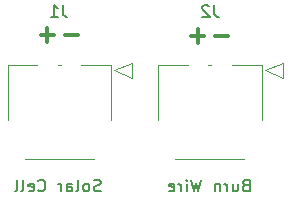
<source format=gbo>
G04 #@! TF.GenerationSoftware,KiCad,Pcbnew,(6.0.5-0)*
G04 #@! TF.CreationDate,2022-12-26T00:23:02-05:00*
G04 #@! TF.ProjectId,solar-cell-pcbs-burn-wire-vertical,736f6c61-722d-4636-956c-6c2d70636273,rev?*
G04 #@! TF.SameCoordinates,Original*
G04 #@! TF.FileFunction,Legend,Bot*
G04 #@! TF.FilePolarity,Positive*
%FSLAX46Y46*%
G04 Gerber Fmt 4.6, Leading zero omitted, Abs format (unit mm)*
G04 Created by KiCad (PCBNEW (6.0.5-0)) date 2022-12-26 00:23:02*
%MOMM*%
%LPD*%
G01*
G04 APERTURE LIST*
%ADD10C,0.300000*%
%ADD11C,0.150000*%
%ADD12C,0.120000*%
%ADD13R,2.000000X2.000000*%
%ADD14C,2.000000*%
%ADD15C,5.600000*%
%ADD16C,3.000000*%
%ADD17R,1.100000X1.450000*%
%ADD18R,1.350000X2.899999*%
G04 APERTURE END LIST*
D10*
X103546428Y-108557142D02*
X102403571Y-108557142D01*
X102975000Y-109128571D02*
X102975000Y-107985714D01*
X104428571Y-108542857D02*
X105571428Y-108542857D01*
X91703571Y-108467857D02*
X92846428Y-108467857D01*
X90821428Y-108457142D02*
X89678571Y-108457142D01*
X90250000Y-109028571D02*
X90250000Y-107885714D01*
D11*
X91558333Y-105927380D02*
X91558333Y-106641666D01*
X91605952Y-106784523D01*
X91701190Y-106879761D01*
X91844047Y-106927380D01*
X91939285Y-106927380D01*
X90558333Y-106927380D02*
X91129761Y-106927380D01*
X90844047Y-106927380D02*
X90844047Y-105927380D01*
X90939285Y-106070238D01*
X91034523Y-106165476D01*
X91129761Y-106213095D01*
X94745238Y-121654761D02*
X94602380Y-121702380D01*
X94364285Y-121702380D01*
X94269047Y-121654761D01*
X94221428Y-121607142D01*
X94173809Y-121511904D01*
X94173809Y-121416666D01*
X94221428Y-121321428D01*
X94269047Y-121273809D01*
X94364285Y-121226190D01*
X94554761Y-121178571D01*
X94650000Y-121130952D01*
X94697619Y-121083333D01*
X94745238Y-120988095D01*
X94745238Y-120892857D01*
X94697619Y-120797619D01*
X94650000Y-120750000D01*
X94554761Y-120702380D01*
X94316666Y-120702380D01*
X94173809Y-120750000D01*
X93602380Y-121702380D02*
X93697619Y-121654761D01*
X93745238Y-121607142D01*
X93792857Y-121511904D01*
X93792857Y-121226190D01*
X93745238Y-121130952D01*
X93697619Y-121083333D01*
X93602380Y-121035714D01*
X93459523Y-121035714D01*
X93364285Y-121083333D01*
X93316666Y-121130952D01*
X93269047Y-121226190D01*
X93269047Y-121511904D01*
X93316666Y-121607142D01*
X93364285Y-121654761D01*
X93459523Y-121702380D01*
X93602380Y-121702380D01*
X92697619Y-121702380D02*
X92792857Y-121654761D01*
X92840476Y-121559523D01*
X92840476Y-120702380D01*
X91888095Y-121702380D02*
X91888095Y-121178571D01*
X91935714Y-121083333D01*
X92030952Y-121035714D01*
X92221428Y-121035714D01*
X92316666Y-121083333D01*
X91888095Y-121654761D02*
X91983333Y-121702380D01*
X92221428Y-121702380D01*
X92316666Y-121654761D01*
X92364285Y-121559523D01*
X92364285Y-121464285D01*
X92316666Y-121369047D01*
X92221428Y-121321428D01*
X91983333Y-121321428D01*
X91888095Y-121273809D01*
X91411904Y-121702380D02*
X91411904Y-121035714D01*
X91411904Y-121226190D02*
X91364285Y-121130952D01*
X91316666Y-121083333D01*
X91221428Y-121035714D01*
X91126190Y-121035714D01*
X89459523Y-121607142D02*
X89507142Y-121654761D01*
X89650000Y-121702380D01*
X89745238Y-121702380D01*
X89888095Y-121654761D01*
X89983333Y-121559523D01*
X90030952Y-121464285D01*
X90078571Y-121273809D01*
X90078571Y-121130952D01*
X90030952Y-120940476D01*
X89983333Y-120845238D01*
X89888095Y-120750000D01*
X89745238Y-120702380D01*
X89650000Y-120702380D01*
X89507142Y-120750000D01*
X89459523Y-120797619D01*
X88650000Y-121654761D02*
X88745238Y-121702380D01*
X88935714Y-121702380D01*
X89030952Y-121654761D01*
X89078571Y-121559523D01*
X89078571Y-121178571D01*
X89030952Y-121083333D01*
X88935714Y-121035714D01*
X88745238Y-121035714D01*
X88650000Y-121083333D01*
X88602380Y-121178571D01*
X88602380Y-121273809D01*
X89078571Y-121369047D01*
X88030952Y-121702380D02*
X88126190Y-121654761D01*
X88173809Y-121559523D01*
X88173809Y-120702380D01*
X87507142Y-121702380D02*
X87602380Y-121654761D01*
X87650000Y-121559523D01*
X87650000Y-120702380D01*
X104354833Y-105927380D02*
X104354833Y-106641666D01*
X104402452Y-106784523D01*
X104497690Y-106879761D01*
X104640547Y-106927380D01*
X104735785Y-106927380D01*
X103926261Y-106022619D02*
X103878642Y-105975000D01*
X103783404Y-105927380D01*
X103545309Y-105927380D01*
X103450071Y-105975000D01*
X103402452Y-106022619D01*
X103354833Y-106117857D01*
X103354833Y-106213095D01*
X103402452Y-106355952D01*
X103973880Y-106927380D01*
X103354833Y-106927380D01*
X107027933Y-121178571D02*
X106885076Y-121226190D01*
X106837457Y-121273809D01*
X106789838Y-121369047D01*
X106789838Y-121511904D01*
X106837457Y-121607142D01*
X106885076Y-121654761D01*
X106980314Y-121702380D01*
X107361266Y-121702380D01*
X107361266Y-120702380D01*
X107027933Y-120702380D01*
X106932695Y-120750000D01*
X106885076Y-120797619D01*
X106837457Y-120892857D01*
X106837457Y-120988095D01*
X106885076Y-121083333D01*
X106932695Y-121130952D01*
X107027933Y-121178571D01*
X107361266Y-121178571D01*
X105932695Y-121035714D02*
X105932695Y-121702380D01*
X106361266Y-121035714D02*
X106361266Y-121559523D01*
X106313647Y-121654761D01*
X106218409Y-121702380D01*
X106075552Y-121702380D01*
X105980314Y-121654761D01*
X105932695Y-121607142D01*
X105456505Y-121702380D02*
X105456505Y-121035714D01*
X105456505Y-121226190D02*
X105408885Y-121130952D01*
X105361266Y-121083333D01*
X105266028Y-121035714D01*
X105170790Y-121035714D01*
X104837457Y-121035714D02*
X104837457Y-121702380D01*
X104837457Y-121130952D02*
X104789838Y-121083333D01*
X104694600Y-121035714D01*
X104551743Y-121035714D01*
X104456505Y-121083333D01*
X104408885Y-121178571D01*
X104408885Y-121702380D01*
X103266028Y-120702380D02*
X103027933Y-121702380D01*
X102837457Y-120988095D01*
X102646981Y-121702380D01*
X102408885Y-120702380D01*
X102027933Y-121702380D02*
X102027933Y-121035714D01*
X102027933Y-120702380D02*
X102075552Y-120750000D01*
X102027933Y-120797619D01*
X101980314Y-120750000D01*
X102027933Y-120702380D01*
X102027933Y-120797619D01*
X101551743Y-121702380D02*
X101551743Y-121035714D01*
X101551743Y-121226190D02*
X101504124Y-121130952D01*
X101456505Y-121083333D01*
X101361266Y-121035714D01*
X101266028Y-121035714D01*
X100551743Y-121654761D02*
X100646981Y-121702380D01*
X100837457Y-121702380D01*
X100932695Y-121654761D01*
X100980314Y-121559523D01*
X100980314Y-121178571D01*
X100932695Y-121083333D01*
X100837457Y-121035714D01*
X100646981Y-121035714D01*
X100551743Y-121083333D01*
X100504124Y-121178571D01*
X100504124Y-121273809D01*
X100980314Y-121369047D01*
D12*
X95882492Y-111425001D02*
X97406492Y-112060001D01*
X86878509Y-115629961D02*
X86878509Y-111000001D01*
X86878509Y-111000001D02*
X89383459Y-111000001D01*
X95628492Y-111000001D02*
X95628492Y-115629961D01*
X97406492Y-112060001D02*
X97406492Y-110790001D01*
X91123539Y-111000001D02*
X91383460Y-111000001D01*
X97406492Y-110790001D02*
X95882492Y-111425001D01*
X93123540Y-111000001D02*
X95628492Y-111000001D01*
X94169482Y-118950001D02*
X88337519Y-118950001D01*
X108374992Y-111000001D02*
X108374992Y-115629961D01*
X99625009Y-111000001D02*
X102129959Y-111000001D01*
X103870039Y-111000001D02*
X104129960Y-111000001D01*
X110152992Y-112060001D02*
X110152992Y-110790001D01*
X108628992Y-111425001D02*
X110152992Y-112060001D01*
X106915982Y-118950001D02*
X101084019Y-118950001D01*
X99625009Y-115629961D02*
X99625009Y-111000001D01*
X105870040Y-111000001D02*
X108374992Y-111000001D01*
X110152992Y-110790001D02*
X108628992Y-111425001D01*
%LPC*%
D13*
X148000000Y-128000000D03*
D14*
X75000000Y-73200000D03*
D15*
X98350000Y-138250000D03*
D13*
X76000000Y-136000000D03*
D16*
X82600000Y-112700000D03*
D13*
X148000000Y-45000000D03*
D15*
X125850000Y-138250000D03*
D13*
X76000000Y-53000000D03*
D15*
X125850000Y-42750000D03*
D13*
X76000000Y-45000000D03*
X76000000Y-128000000D03*
D14*
X75000000Y-68300000D03*
D16*
X82600000Y-68300000D03*
D15*
X98350000Y-42750000D03*
D13*
X148000000Y-53000000D03*
X148000000Y-136000000D03*
D17*
X92253500Y-111425001D03*
X90253499Y-111425001D03*
D18*
X95148498Y-117400000D03*
X87358503Y-117400000D03*
D17*
X105000000Y-111425001D03*
X102999999Y-111425001D03*
D18*
X107894998Y-117400000D03*
X100105003Y-117400000D03*
M02*

</source>
